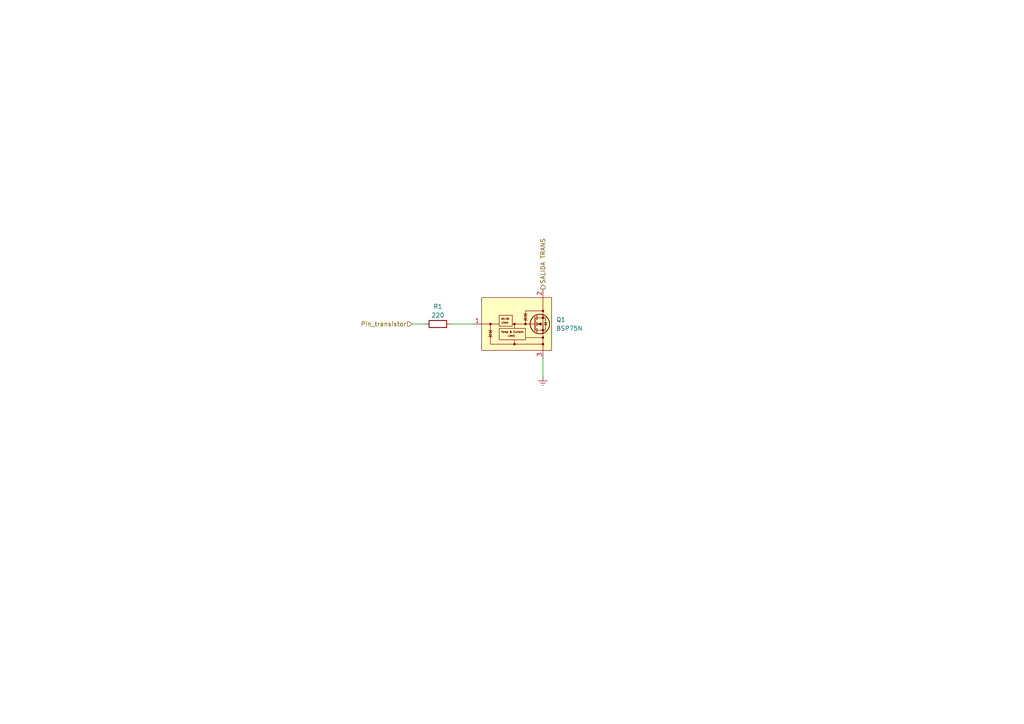
<source format=kicad_sch>
(kicad_sch (version 20230121) (generator eeschema)
  (paper "A4")
  (lib_symbols
    (symbol "Device:R" (pin_numbers hide) (pin_names (offset 0))
      (property "Reference" "R" (at 2.032 0 90))
      (property "Value" "R" (at 0 0 90))
      (symbol "R_0_1"
        (rectangle (start -1.016 -2.54) (end 1.016 2.54) (stroke (width 0.254)))
      )
      (symbol "R_1_1"
        (pin passive line (at 0 3.81 270) (length 1.27) (name "~") (number "1"))
        (pin passive line (at 0 -3.81 90) (length 1.27) (name "~") (number "2"))
      )
    )
    (symbol "Driver_FET:BSP75N" (pin_names (offset 0) hide)
      (property "Reference" "Q" (at 5.08 8.89 0))
      (property "Value" "BSP75N" (at -10.16 8.89 0))
      (symbol "BSP75N_0_0"
        (rectangle (start -10.16 7.62) (end 10.16 -7.62) (fill (type background)))
        (polyline (pts (xy 7.62 2.54) (xy 7.62 -7.62)))
        (polyline (pts (xy 7.62 2.54) (xy 7.62 7.62)))
        (polyline (pts (xy -0.635 -1.27) (xy -0.635 -0.635) (xy -0.635 0)))
        (polyline (pts (xy 2.54 0) (xy 2.54 3.81) (xy 7.62 3.81)))
        (polyline (pts (xy 7.62 -5.842) (xy -0.635 -5.842) (xy -0.635 -4.572)))
        (polyline (pts (xy -0.635 -5.842) (xy -7.62 -5.842) (xy -7.62 0) (xy -5.08 0)))
        (text "Limit" (at -1.524 -3.429 0) (effects (font (size 0.5334 0.5334))))
        (text "Temp & Current" (at -1.27 -2.286 0) (effects (font (size 0.5334 0.5334))))
      )
      (symbol "BSP75N_0_1"
        (rectangle (start -5.08 -1.27) (end 2.54 -4.572))
        (polyline (pts (xy -7.62 0) (xy -10.16 0)))
        (polyline (pts (xy 7.62 -3.937) (xy 2.667 -3.937)))
      )
      (symbol "BSP75N_1_1"
        (circle (center -7.62 0) (radius 0.2794) (fill (type outline)))
        (rectangle (start -5.08 2.54) (end -1.27 -0.635))
        (circle (center -0.635 -5.842) (radius 0.2794) (fill (type outline)))
        (circle (center -0.635 0) (radius 0.2794) (fill (type outline)))
        (polyline (pts (xy 2.54 0) (xy -1.27 0)))
        (polyline (pts (xy 2.54 0) (xy 5.334 0)))
        (polyline (pts (xy 5.842 -1.778) (xy 7.62 -1.778)))
        (polyline (pts (xy 5.842 -1.27) (xy 5.842 -2.286)) (stroke (width 0.254)))
        (polyline (pts (xy 5.842 0) (xy 7.62 0)))
        (polyline (pts (xy 5.842 0.508) (xy 5.842 -0.508)) (stroke (width 0.254)))
        (polyline (pts (xy 5.842 1.778) (xy 7.62 1.778)))
        (polyline (pts (xy 5.842 2.286) (xy 5.842 1.27)) (stroke (width 0.254)))
        (polyline (pts (xy 7.62 -1.778) (xy 7.62 -2.54)))
        (polyline (pts (xy 7.62 -1.778) (xy 7.62 0)))
        (polyline (pts (xy 7.62 2.54) (xy 7.62 1.778)))
        (polyline (pts (xy 5.334 1.905) (xy 5.334 -1.905) (xy 5.334 -1.905)) (stroke (width 0.254)))
        (polyline (pts (xy -8.128 -1.778) (xy -8.001 -1.905) (xy -7.239 -1.905) (xy -7.112 -2.032)))
        (polyline (pts (xy -7.62 -3.683) (xy -7.239 -3.048) (xy -8.001 -3.048) (xy -7.62 -3.683)))
        (polyline (pts (xy -7.62 -1.905) (xy -8.001 -2.54) (xy -7.239 -2.54) (xy -7.62 -1.905)))
        (polyline (pts (xy -7.112 -3.81) (xy -7.239 -3.683) (xy -8.001 -3.683) (xy -8.128 -3.556)))
        (polyline (pts (xy 2.032 3.048) (xy 2.159 2.921) (xy 2.921 2.921) (xy 3.048 2.794)))
        (polyline (pts (xy 2.54 1.143) (xy 2.921 1.778) (xy 2.159 1.778) (xy 2.54 1.143)))
        (polyline (pts (xy 2.54 2.921) (xy 2.159 2.286) (xy 2.921 2.286) (xy 2.54 2.921)))
        (polyline (pts (xy 3.048 1.016) (xy 2.921 1.143) (xy 2.159 1.143) (xy 2.032 1.27)))
        (polyline (pts (xy 6.096 0) (xy 7.112 0.381) (xy 7.112 -0.381) (xy 6.096 0)) (fill (type outline)))
        (polyline (pts (xy 7.62 -1.778) (xy 8.382 -1.778) (xy 8.382 1.778) (xy 7.62 1.778)))
        (polyline (pts (xy 7.874 0.508) (xy 8.001 0.381) (xy 8.763 0.381) (xy 8.89 0.254)))
        (polyline (pts (xy 8.382 0.381) (xy 8.001 -0.254) (xy 8.763 -0.254) (xy 8.382 0.381)))
        (circle (center 2.54 0) (radius 0.2794) (fill (type outline)))
        (circle (center 6.731 0) (radius 2.8194) (stroke (width 0.254)))
        (circle (center 7.62 -5.842) (radius 0.2794) (fill (type outline)))
        (circle (center 7.62 -3.937) (radius 0.2794) (fill (type outline)))
        (circle (center 7.62 -1.778) (radius 0.2794) (fill (type outline)))
        (circle (center 7.62 1.778) (radius 0.2794) (fill (type outline)))
        (circle (center 7.62 3.81) (radius 0.2794) (fill (type outline)))
        (text "dV/dt" (at -3.302 1.524 0) (effects (font (size 0.5334 0.5334))))
        (text "Limit" (at -3.429 0.381 0) (effects (font (size 0.5334 0.5334))))
        (pin input line (at -12.7 0 0) (length 2.54) (name "G") (number "1"))
        (pin passive line (at 7.62 10.16 270) (length 2.54) (name "D") (number "2"))
        (pin passive line (at 7.62 -10.16 90) (length 2.54) (name "S") (number "3"))
        (pin passive line (at 7.62 -10.16 90) (length 2.54) hide (name "S") (number "4"))
      )
    )
    (symbol "power:Earth" (power) (pin_names (offset 0))
      (symbol "Earth_0_1"
        (polyline (pts (xy -0.635 -1.905) (xy 0.635 -1.905)))
        (polyline (pts (xy -0.127 -2.54) (xy 0.127 -2.54)))
        (polyline (pts (xy 0 -1.27) (xy 0 0)))
        (polyline (pts (xy 1.27 -1.27) (xy -1.27 -1.27)))
      )
      (symbol "Earth_1_1"
        (pin power_in line (at 0 0 270) (length 0) hide (name "Earth") (number "1"))
      )
    )
  )
  (wire (pts (xy 119.38 93.98) (xy 123.19 93.98)))
  (wire (pts (xy 130.81 93.98) (xy 137.16 93.98)))
  (wire (pts (xy 157.48 104.14) (xy 157.48 109.22)))
  (hierarchical_label "Pin_transistor" (shape input) (at 119.38 93.98 180))
  (hierarchical_label "SALIDA TRANS" (shape output) (at 157.48 83.82 90))
  (symbol (lib_id "power:Earth") (at 157.48 109.22 0) (unit 1)
    (property "Reference" "#PWR05" (effects hide))
    (property "Value" "Earth" (effects hide))
  )
  (symbol (lib_id "Driver_FET:BSP75N") (at 149.86 93.98 0) (unit 1)
    (property "Reference" "Q1" (at 161.29 92.7099 0) (effects (justify left)))
    (property "Value" "BSP75N" (at 161.29 95.2499 0) (effects (justify left)))
    (property "Footprint" "Package_TO_SOT_SMD:SOT-223" (effects hide))
    (property "Datasheet" "https://www.infineon.com/dgdl/Infineon-BSP75N-DS-v01_04-en.pdf?fileId=db3a30431ed1d7b2011f471f5a0256d1" (effects hide))
    (instances (project "KISS" (path "" (reference "Q1") (unit 1)) (path "" (reference "Q6") (unit 1))) (project "KISS_V2" (path "" (reference "Q2") (unit 1))))
  )
  (symbol (lib_id "Device:R") (at 127 93.98 90) (unit 1)
    (property "Reference" "R1" (at 127 88.9 90))
    (property "Value" "220" (at 127 91.44 90))
    (property "Footprint" "Resistor_SMD:R_0603_1608Metric" (effects hide))
    (instances (project "KISS_V2" (path "" (reference "R1") (unit 1)) (path "" (reference "R4") (unit 1))))
  )
)
</source>
